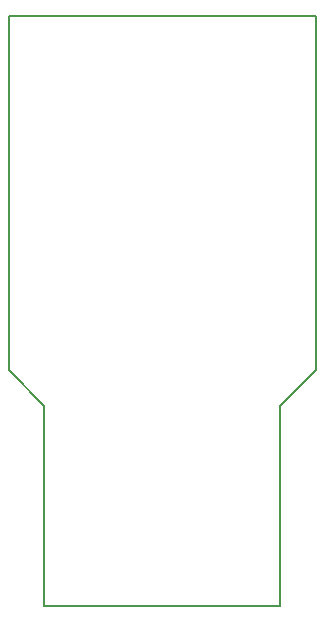
<source format=gm1>
%TF.GenerationSoftware,KiCad,Pcbnew,5.1.9+dfsg1-1+deb11u1*%
%TF.CreationDate,2025-07-24T09:20:50+02:00*%
%TF.ProjectId,ECI-Breakout,4543492d-4272-4656-916b-6f75742e6b69,1.1*%
%TF.SameCoordinates,Original*%
%TF.FileFunction,Profile,NP*%
%FSLAX46Y46*%
G04 Gerber Fmt 4.6, Leading zero omitted, Abs format (unit mm)*
G04 Created by KiCad (PCBNEW 5.1.9+dfsg1-1+deb11u1) date 2025-07-24 09:20:50*
%MOMM*%
%LPD*%
G01*
G04 APERTURE LIST*
%TA.AperFunction,Profile*%
%ADD10C,0.150000*%
%TD*%
G04 APERTURE END LIST*
D10*
X119000000Y-68000000D02*
X119000000Y-87000000D01*
X145000000Y-68000000D02*
X119000000Y-68000000D01*
X145000000Y-87000000D02*
X145000000Y-68000000D01*
X119000000Y-98000000D02*
X119000000Y-87000000D01*
X122000000Y-101000000D02*
X119000000Y-98000000D01*
X122000000Y-118000000D02*
X122000000Y-101000000D01*
X145000000Y-98000000D02*
X145000000Y-87000000D01*
X142000000Y-101000000D02*
X145000000Y-98000000D01*
X142000000Y-118000000D02*
X142000000Y-101000000D01*
X122000000Y-118000000D02*
X142000000Y-118000000D01*
M02*

</source>
